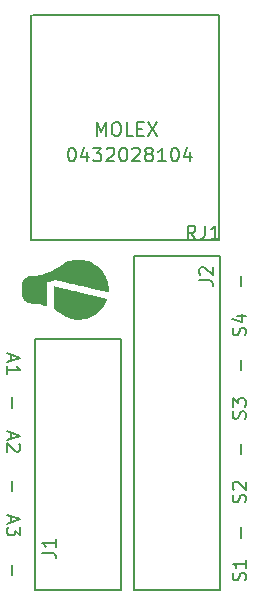
<source format=gto>
%TF.GenerationSoftware,KiCad,Pcbnew,(6.0.4)*%
%TF.CreationDate,2022-04-04T21:58:21+02:00*%
%TF.ProjectId,TERMINATOR_BOARD,5445524d-494e-4415-944f-525f424f4152,rev?*%
%TF.SameCoordinates,Original*%
%TF.FileFunction,Legend,Top*%
%TF.FilePolarity,Positive*%
%FSLAX46Y46*%
G04 Gerber Fmt 4.6, Leading zero omitted, Abs format (unit mm)*
G04 Created by KiCad (PCBNEW (6.0.4)) date 2022-04-04 21:58:21*
%MOMM*%
%LPD*%
G01*
G04 APERTURE LIST*
%ADD10C,0.152000*%
%ADD11C,0.129000*%
%ADD12C,0.010000*%
%ADD13C,1.702000*%
%ADD14C,3.300000*%
%ADD15R,1.524000X1.524000*%
%ADD16C,1.524000*%
G04 APERTURE END LIST*
D10*
X101334357Y-79003942D02*
X101334357Y-79874800D01*
X101226500Y-75371514D02*
X101226500Y-75915800D01*
X100899928Y-75262657D02*
X102042928Y-75643657D01*
X100899928Y-76024657D01*
X100899928Y-77004371D02*
X100899928Y-76351228D01*
X100899928Y-76677800D02*
X102042928Y-76677800D01*
X101879642Y-76568942D01*
X101770785Y-76460085D01*
X101716357Y-76351228D01*
X120712642Y-69590057D02*
X120712642Y-68719200D01*
X121093642Y-73744485D02*
X121148071Y-73581200D01*
X121148071Y-73309057D01*
X121093642Y-73200200D01*
X121039214Y-73145771D01*
X120930357Y-73091342D01*
X120821500Y-73091342D01*
X120712642Y-73145771D01*
X120658214Y-73200200D01*
X120603785Y-73309057D01*
X120549357Y-73526771D01*
X120494928Y-73635628D01*
X120440500Y-73690057D01*
X120331642Y-73744485D01*
X120222785Y-73744485D01*
X120113928Y-73690057D01*
X120059500Y-73635628D01*
X120005071Y-73526771D01*
X120005071Y-73254628D01*
X120059500Y-73091342D01*
X120386071Y-72111628D02*
X121148071Y-72111628D01*
X119950642Y-72383771D02*
X120767071Y-72655914D01*
X120767071Y-71948342D01*
X120712642Y-76721057D02*
X120712642Y-75850200D01*
X121092642Y-80821485D02*
X121147071Y-80658200D01*
X121147071Y-80386057D01*
X121092642Y-80277200D01*
X121038214Y-80222771D01*
X120929357Y-80168342D01*
X120820500Y-80168342D01*
X120711642Y-80222771D01*
X120657214Y-80277200D01*
X120602785Y-80386057D01*
X120548357Y-80603771D01*
X120493928Y-80712628D01*
X120439500Y-80767057D01*
X120330642Y-80821485D01*
X120221785Y-80821485D01*
X120112928Y-80767057D01*
X120058500Y-80712628D01*
X120004071Y-80603771D01*
X120004071Y-80331628D01*
X120058500Y-80168342D01*
X120004071Y-79787342D02*
X120004071Y-79079771D01*
X120439500Y-79460771D01*
X120439500Y-79297485D01*
X120493928Y-79188628D01*
X120548357Y-79134200D01*
X120657214Y-79079771D01*
X120929357Y-79079771D01*
X121038214Y-79134200D01*
X121092642Y-79188628D01*
X121147071Y-79297485D01*
X121147071Y-79624057D01*
X121092642Y-79732914D01*
X121038214Y-79787342D01*
X120712642Y-83798057D02*
X120712642Y-82927200D01*
X121093642Y-87899485D02*
X121148071Y-87736200D01*
X121148071Y-87464057D01*
X121093642Y-87355200D01*
X121039214Y-87300771D01*
X120930357Y-87246342D01*
X120821500Y-87246342D01*
X120712642Y-87300771D01*
X120658214Y-87355200D01*
X120603785Y-87464057D01*
X120549357Y-87681771D01*
X120494928Y-87790628D01*
X120440500Y-87845057D01*
X120331642Y-87899485D01*
X120222785Y-87899485D01*
X120113928Y-87845057D01*
X120059500Y-87790628D01*
X120005071Y-87681771D01*
X120005071Y-87409628D01*
X120059500Y-87246342D01*
X120113928Y-86810914D02*
X120059500Y-86756485D01*
X120005071Y-86647628D01*
X120005071Y-86375485D01*
X120059500Y-86266628D01*
X120113928Y-86212200D01*
X120222785Y-86157771D01*
X120331642Y-86157771D01*
X120494928Y-86212200D01*
X121148071Y-86865342D01*
X121148071Y-86157771D01*
X120712642Y-90874057D02*
X120712642Y-90003200D01*
X121093642Y-94507485D02*
X121148071Y-94344200D01*
X121148071Y-94072057D01*
X121093642Y-93963200D01*
X121039214Y-93908771D01*
X120930357Y-93854342D01*
X120821500Y-93854342D01*
X120712642Y-93908771D01*
X120658214Y-93963200D01*
X120603785Y-94072057D01*
X120549357Y-94289771D01*
X120494928Y-94398628D01*
X120440500Y-94453057D01*
X120331642Y-94507485D01*
X120222785Y-94507485D01*
X120113928Y-94453057D01*
X120059500Y-94398628D01*
X120005071Y-94289771D01*
X120005071Y-94017628D01*
X120059500Y-93854342D01*
X121148071Y-92765771D02*
X121148071Y-93418914D01*
X121148071Y-93092342D02*
X120005071Y-93092342D01*
X120168357Y-93201200D01*
X120277214Y-93310057D01*
X120331642Y-93418914D01*
X101334357Y-93157942D02*
X101334357Y-94028800D01*
X101226500Y-89056514D02*
X101226500Y-89600800D01*
X100899928Y-88947657D02*
X102042928Y-89328657D01*
X100899928Y-89709657D01*
X102042928Y-89981800D02*
X102042928Y-90689371D01*
X101607500Y-90308371D01*
X101607500Y-90471657D01*
X101553071Y-90580514D01*
X101498642Y-90634942D01*
X101389785Y-90689371D01*
X101117642Y-90689371D01*
X101008785Y-90634942D01*
X100954357Y-90580514D01*
X100899928Y-90471657D01*
X100899928Y-90145085D01*
X100954357Y-90036228D01*
X101008785Y-89981800D01*
X101334357Y-86080942D02*
X101334357Y-86951800D01*
X101226500Y-81979514D02*
X101226500Y-82523800D01*
X100899928Y-81870657D02*
X102042928Y-82251657D01*
X100899928Y-82632657D01*
X101934071Y-82959228D02*
X101988500Y-83013657D01*
X102042928Y-83122514D01*
X102042928Y-83394657D01*
X101988500Y-83503514D01*
X101934071Y-83557942D01*
X101825214Y-83612371D01*
X101716357Y-83612371D01*
X101553071Y-83557942D01*
X100899928Y-82904800D01*
X100899928Y-83612371D01*
X108520942Y-56860071D02*
X108520942Y-55717071D01*
X108901942Y-56533500D01*
X109282942Y-55717071D01*
X109282942Y-56860071D01*
X110044942Y-55717071D02*
X110262657Y-55717071D01*
X110371514Y-55771500D01*
X110480371Y-55880357D01*
X110534800Y-56098071D01*
X110534800Y-56479071D01*
X110480371Y-56696785D01*
X110371514Y-56805642D01*
X110262657Y-56860071D01*
X110044942Y-56860071D01*
X109936085Y-56805642D01*
X109827228Y-56696785D01*
X109772800Y-56479071D01*
X109772800Y-56098071D01*
X109827228Y-55880357D01*
X109936085Y-55771500D01*
X110044942Y-55717071D01*
X111568942Y-56860071D02*
X111024657Y-56860071D01*
X111024657Y-55717071D01*
X111949942Y-56261357D02*
X112330942Y-56261357D01*
X112494228Y-56860071D02*
X111949942Y-56860071D01*
X111949942Y-55717071D01*
X112494228Y-55717071D01*
X112875228Y-55717071D02*
X113637228Y-56860071D01*
X113637228Y-55717071D02*
X112875228Y-56860071D01*
X106348657Y-57876071D02*
X106457514Y-57876071D01*
X106566371Y-57930500D01*
X106620800Y-57984928D01*
X106675228Y-58093785D01*
X106729657Y-58311500D01*
X106729657Y-58583642D01*
X106675228Y-58801357D01*
X106620800Y-58910214D01*
X106566371Y-58964642D01*
X106457514Y-59019071D01*
X106348657Y-59019071D01*
X106239800Y-58964642D01*
X106185371Y-58910214D01*
X106130942Y-58801357D01*
X106076514Y-58583642D01*
X106076514Y-58311500D01*
X106130942Y-58093785D01*
X106185371Y-57984928D01*
X106239800Y-57930500D01*
X106348657Y-57876071D01*
X107709371Y-58257071D02*
X107709371Y-59019071D01*
X107437228Y-57821642D02*
X107165085Y-58638071D01*
X107872657Y-58638071D01*
X108199228Y-57876071D02*
X108906800Y-57876071D01*
X108525800Y-58311500D01*
X108689085Y-58311500D01*
X108797942Y-58365928D01*
X108852371Y-58420357D01*
X108906800Y-58529214D01*
X108906800Y-58801357D01*
X108852371Y-58910214D01*
X108797942Y-58964642D01*
X108689085Y-59019071D01*
X108362514Y-59019071D01*
X108253657Y-58964642D01*
X108199228Y-58910214D01*
X109342228Y-57984928D02*
X109396657Y-57930500D01*
X109505514Y-57876071D01*
X109777657Y-57876071D01*
X109886514Y-57930500D01*
X109940942Y-57984928D01*
X109995371Y-58093785D01*
X109995371Y-58202642D01*
X109940942Y-58365928D01*
X109287800Y-59019071D01*
X109995371Y-59019071D01*
X110702942Y-57876071D02*
X110811800Y-57876071D01*
X110920657Y-57930500D01*
X110975085Y-57984928D01*
X111029514Y-58093785D01*
X111083942Y-58311500D01*
X111083942Y-58583642D01*
X111029514Y-58801357D01*
X110975085Y-58910214D01*
X110920657Y-58964642D01*
X110811800Y-59019071D01*
X110702942Y-59019071D01*
X110594085Y-58964642D01*
X110539657Y-58910214D01*
X110485228Y-58801357D01*
X110430800Y-58583642D01*
X110430800Y-58311500D01*
X110485228Y-58093785D01*
X110539657Y-57984928D01*
X110594085Y-57930500D01*
X110702942Y-57876071D01*
X111519371Y-57984928D02*
X111573800Y-57930500D01*
X111682657Y-57876071D01*
X111954800Y-57876071D01*
X112063657Y-57930500D01*
X112118085Y-57984928D01*
X112172514Y-58093785D01*
X112172514Y-58202642D01*
X112118085Y-58365928D01*
X111464942Y-59019071D01*
X112172514Y-59019071D01*
X112825657Y-58365928D02*
X112716800Y-58311500D01*
X112662371Y-58257071D01*
X112607942Y-58148214D01*
X112607942Y-58093785D01*
X112662371Y-57984928D01*
X112716800Y-57930500D01*
X112825657Y-57876071D01*
X113043371Y-57876071D01*
X113152228Y-57930500D01*
X113206657Y-57984928D01*
X113261085Y-58093785D01*
X113261085Y-58148214D01*
X113206657Y-58257071D01*
X113152228Y-58311500D01*
X113043371Y-58365928D01*
X112825657Y-58365928D01*
X112716800Y-58420357D01*
X112662371Y-58474785D01*
X112607942Y-58583642D01*
X112607942Y-58801357D01*
X112662371Y-58910214D01*
X112716800Y-58964642D01*
X112825657Y-59019071D01*
X113043371Y-59019071D01*
X113152228Y-58964642D01*
X113206657Y-58910214D01*
X113261085Y-58801357D01*
X113261085Y-58583642D01*
X113206657Y-58474785D01*
X113152228Y-58420357D01*
X113043371Y-58365928D01*
X114349657Y-59019071D02*
X113696514Y-59019071D01*
X114023085Y-59019071D02*
X114023085Y-57876071D01*
X113914228Y-58039357D01*
X113805371Y-58148214D01*
X113696514Y-58202642D01*
X115057228Y-57876071D02*
X115166085Y-57876071D01*
X115274942Y-57930500D01*
X115329371Y-57984928D01*
X115383800Y-58093785D01*
X115438228Y-58311500D01*
X115438228Y-58583642D01*
X115383800Y-58801357D01*
X115329371Y-58910214D01*
X115274942Y-58964642D01*
X115166085Y-59019071D01*
X115057228Y-59019071D01*
X114948371Y-58964642D01*
X114893942Y-58910214D01*
X114839514Y-58801357D01*
X114785085Y-58583642D01*
X114785085Y-58311500D01*
X114839514Y-58093785D01*
X114893942Y-57984928D01*
X114948371Y-57930500D01*
X115057228Y-57876071D01*
X116417942Y-58257071D02*
X116417942Y-59019071D01*
X116145800Y-57821642D02*
X115873657Y-58638071D01*
X116581228Y-58638071D01*
X103874071Y-92152485D02*
X104690500Y-92152485D01*
X104853785Y-92206914D01*
X104962642Y-92315771D01*
X105017071Y-92479057D01*
X105017071Y-92587914D01*
X105017071Y-91009485D02*
X105017071Y-91662628D01*
X105017071Y-91336057D02*
X103874071Y-91336057D01*
X104037357Y-91444914D01*
X104146214Y-91553771D01*
X104200642Y-91662628D01*
X116863085Y-65607071D02*
X116482085Y-65062785D01*
X116209942Y-65607071D02*
X116209942Y-64464071D01*
X116645371Y-64464071D01*
X116754228Y-64518500D01*
X116808657Y-64572928D01*
X116863085Y-64681785D01*
X116863085Y-64845071D01*
X116808657Y-64953928D01*
X116754228Y-65008357D01*
X116645371Y-65062785D01*
X116209942Y-65062785D01*
X117679514Y-64464071D02*
X117679514Y-65280500D01*
X117625085Y-65443785D01*
X117516228Y-65552642D01*
X117352942Y-65607071D01*
X117244085Y-65607071D01*
X118822514Y-65607071D02*
X118169371Y-65607071D01*
X118495942Y-65607071D02*
X118495942Y-64464071D01*
X118387085Y-64627357D01*
X118278228Y-64736214D01*
X118169371Y-64790642D01*
X117174071Y-69109514D02*
X117990500Y-69109514D01*
X118153785Y-69163942D01*
X118262642Y-69272800D01*
X118317071Y-69436085D01*
X118317071Y-69544942D01*
X117282928Y-68619657D02*
X117228500Y-68565228D01*
X117174071Y-68456371D01*
X117174071Y-68184228D01*
X117228500Y-68075371D01*
X117282928Y-68020942D01*
X117391785Y-67966514D01*
X117500642Y-67966514D01*
X117663928Y-68020942D01*
X118317071Y-68674085D01*
X118317071Y-67966514D01*
X118927000Y-95289000D02*
X118927000Y-67035000D01*
X111673000Y-67035000D02*
X111673000Y-95289000D01*
X111673000Y-95289000D02*
X118927000Y-95289000D01*
X118927000Y-67035000D02*
X111673000Y-67035000D01*
D11*
X102979000Y-46610000D02*
X102979000Y-65660000D01*
X118854000Y-65660000D02*
X118854000Y-46610000D01*
X102979000Y-65660000D02*
X118854000Y-65660000D01*
X118854000Y-46610000D02*
X103101000Y-46610000D01*
D10*
X110527000Y-74023000D02*
X103273000Y-74023000D01*
X103273000Y-95277000D02*
X110527000Y-95277000D01*
X110527000Y-95277000D02*
X110527000Y-74023000D01*
X103273000Y-74023000D02*
X103273000Y-95277000D01*
G36*
X103151143Y-70996628D02*
G01*
X103115626Y-70996628D01*
X103076211Y-70995171D01*
X103027192Y-70991152D01*
X102973146Y-70985098D01*
X102918650Y-70977538D01*
X102868283Y-70968998D01*
X102857229Y-70966843D01*
X102744565Y-70938532D01*
X102640175Y-70900782D01*
X102544782Y-70854124D01*
X102459111Y-70799088D01*
X102383887Y-70736204D01*
X102319833Y-70666000D01*
X102267674Y-70589008D01*
X102228679Y-70507173D01*
X102218384Y-70480617D01*
X102209511Y-70457372D01*
X102201952Y-70436173D01*
X102195596Y-70415753D01*
X102190336Y-70394849D01*
X102186061Y-70372194D01*
X102182664Y-70346523D01*
X102180035Y-70316571D01*
X102178065Y-70281073D01*
X102176645Y-70238763D01*
X102175667Y-70188376D01*
X102175021Y-70128647D01*
X102174598Y-70058311D01*
X102174290Y-69976101D01*
X102173987Y-69880754D01*
X102173957Y-69871771D01*
X102173688Y-69771036D01*
X102173611Y-69683817D01*
X102173742Y-69609117D01*
X102174096Y-69545937D01*
X102174688Y-69493281D01*
X102175535Y-69450152D01*
X102176651Y-69415551D01*
X102178053Y-69388482D01*
X102179755Y-69367947D01*
X102181773Y-69352948D01*
X102182037Y-69351476D01*
X102207688Y-69249083D01*
X102245227Y-69154977D01*
X102294542Y-69069280D01*
X102355522Y-68992115D01*
X102428054Y-68923605D01*
X102512027Y-68863872D01*
X102607328Y-68813038D01*
X102711689Y-68771946D01*
X102786999Y-68749890D01*
X102869510Y-68731171D01*
X102954298Y-68716625D01*
X103036442Y-68707087D01*
X103111018Y-68703389D01*
X103116118Y-68703371D01*
X103151143Y-68703371D01*
X103151143Y-70996628D01*
G37*
D12*
X103151143Y-70996628D02*
X103115626Y-70996628D01*
X103076211Y-70995171D01*
X103027192Y-70991152D01*
X102973146Y-70985098D01*
X102918650Y-70977538D01*
X102868283Y-70968998D01*
X102857229Y-70966843D01*
X102744565Y-70938532D01*
X102640175Y-70900782D01*
X102544782Y-70854124D01*
X102459111Y-70799088D01*
X102383887Y-70736204D01*
X102319833Y-70666000D01*
X102267674Y-70589008D01*
X102228679Y-70507173D01*
X102218384Y-70480617D01*
X102209511Y-70457372D01*
X102201952Y-70436173D01*
X102195596Y-70415753D01*
X102190336Y-70394849D01*
X102186061Y-70372194D01*
X102182664Y-70346523D01*
X102180035Y-70316571D01*
X102178065Y-70281073D01*
X102176645Y-70238763D01*
X102175667Y-70188376D01*
X102175021Y-70128647D01*
X102174598Y-70058311D01*
X102174290Y-69976101D01*
X102173987Y-69880754D01*
X102173957Y-69871771D01*
X102173688Y-69771036D01*
X102173611Y-69683817D01*
X102173742Y-69609117D01*
X102174096Y-69545937D01*
X102174688Y-69493281D01*
X102175535Y-69450152D01*
X102176651Y-69415551D01*
X102178053Y-69388482D01*
X102179755Y-69367947D01*
X102181773Y-69352948D01*
X102182037Y-69351476D01*
X102207688Y-69249083D01*
X102245227Y-69154977D01*
X102294542Y-69069280D01*
X102355522Y-68992115D01*
X102428054Y-68923605D01*
X102512027Y-68863872D01*
X102607328Y-68813038D01*
X102711689Y-68771946D01*
X102786999Y-68749890D01*
X102869510Y-68731171D01*
X102954298Y-68716625D01*
X103036442Y-68707087D01*
X103111018Y-68703389D01*
X103116118Y-68703371D01*
X103151143Y-68703371D01*
X103151143Y-70996628D01*
G36*
X104877168Y-69619578D02*
G01*
X104877716Y-69619710D01*
X104885806Y-69621653D01*
X104907480Y-69626814D01*
X104942196Y-69635064D01*
X104989414Y-69646275D01*
X105048594Y-69660318D01*
X105119196Y-69677066D01*
X105200678Y-69696390D01*
X105292500Y-69718163D01*
X105394123Y-69742256D01*
X105505005Y-69768542D01*
X105624606Y-69796891D01*
X105752386Y-69827177D01*
X105887804Y-69859270D01*
X106030320Y-69893043D01*
X106179393Y-69928368D01*
X106334483Y-69965116D01*
X106495049Y-70003160D01*
X106660551Y-70042371D01*
X106830449Y-70082621D01*
X107004201Y-70123783D01*
X107089330Y-70143949D01*
X107264616Y-70185476D01*
X107436241Y-70226146D01*
X107603668Y-70265830D01*
X107766361Y-70304402D01*
X107923783Y-70341734D01*
X108075397Y-70377698D01*
X108220667Y-70412167D01*
X108359056Y-70445013D01*
X108490027Y-70476109D01*
X108613044Y-70505327D01*
X108727569Y-70532539D01*
X108833066Y-70557619D01*
X108928999Y-70580439D01*
X109014830Y-70600871D01*
X109090022Y-70618787D01*
X109154040Y-70634061D01*
X109206347Y-70646564D01*
X109246405Y-70656169D01*
X109273678Y-70662749D01*
X109287629Y-70666175D01*
X109289440Y-70666666D01*
X109288529Y-70674658D01*
X109282512Y-70694013D01*
X109272120Y-70722804D01*
X109258084Y-70759105D01*
X109241135Y-70800990D01*
X109222004Y-70846533D01*
X109215219Y-70862306D01*
X109135902Y-71027498D01*
X109044093Y-71186012D01*
X108940520Y-71337161D01*
X108825911Y-71480259D01*
X108700995Y-71614618D01*
X108566498Y-71739552D01*
X108423150Y-71854374D01*
X108271678Y-71958398D01*
X108112810Y-72050935D01*
X107947275Y-72131300D01*
X107812451Y-72185662D01*
X107631441Y-72244728D01*
X107447723Y-72289910D01*
X107262114Y-72321209D01*
X107075428Y-72338624D01*
X106888481Y-72342154D01*
X106702088Y-72331800D01*
X106517066Y-72307562D01*
X106334229Y-72269440D01*
X106154393Y-72217433D01*
X106064886Y-72185859D01*
X105985135Y-72154733D01*
X105910013Y-72122607D01*
X105837407Y-72088312D01*
X105765202Y-72050675D01*
X105691288Y-72008526D01*
X105613550Y-71960692D01*
X105529876Y-71906003D01*
X105438153Y-71843287D01*
X105404486Y-71819735D01*
X105351627Y-71783410D01*
X105289523Y-71742104D01*
X105221563Y-71697977D01*
X105151139Y-71653187D01*
X105081641Y-71609894D01*
X105016460Y-71570256D01*
X104965129Y-71539977D01*
X104863829Y-71481356D01*
X104863829Y-70548717D01*
X104863833Y-70413335D01*
X104863852Y-70291732D01*
X104863897Y-70183172D01*
X104863980Y-70086918D01*
X104864111Y-70002235D01*
X104864301Y-69928388D01*
X104864561Y-69864640D01*
X104864903Y-69810255D01*
X104865337Y-69764499D01*
X104865874Y-69726634D01*
X104866525Y-69695925D01*
X104867302Y-69671637D01*
X104868215Y-69653033D01*
X104869275Y-69639378D01*
X104870493Y-69629935D01*
X104871880Y-69623970D01*
X104873448Y-69620746D01*
X104875207Y-69619527D01*
X104877168Y-69619578D01*
G37*
X104877168Y-69619578D02*
X104877716Y-69619710D01*
X104885806Y-69621653D01*
X104907480Y-69626814D01*
X104942196Y-69635064D01*
X104989414Y-69646275D01*
X105048594Y-69660318D01*
X105119196Y-69677066D01*
X105200678Y-69696390D01*
X105292500Y-69718163D01*
X105394123Y-69742256D01*
X105505005Y-69768542D01*
X105624606Y-69796891D01*
X105752386Y-69827177D01*
X105887804Y-69859270D01*
X106030320Y-69893043D01*
X106179393Y-69928368D01*
X106334483Y-69965116D01*
X106495049Y-70003160D01*
X106660551Y-70042371D01*
X106830449Y-70082621D01*
X107004201Y-70123783D01*
X107089330Y-70143949D01*
X107264616Y-70185476D01*
X107436241Y-70226146D01*
X107603668Y-70265830D01*
X107766361Y-70304402D01*
X107923783Y-70341734D01*
X108075397Y-70377698D01*
X108220667Y-70412167D01*
X108359056Y-70445013D01*
X108490027Y-70476109D01*
X108613044Y-70505327D01*
X108727569Y-70532539D01*
X108833066Y-70557619D01*
X108928999Y-70580439D01*
X109014830Y-70600871D01*
X109090022Y-70618787D01*
X109154040Y-70634061D01*
X109206347Y-70646564D01*
X109246405Y-70656169D01*
X109273678Y-70662749D01*
X109287629Y-70666175D01*
X109289440Y-70666666D01*
X109288529Y-70674658D01*
X109282512Y-70694013D01*
X109272120Y-70722804D01*
X109258084Y-70759105D01*
X109241135Y-70800990D01*
X109222004Y-70846533D01*
X109215219Y-70862306D01*
X109135902Y-71027498D01*
X109044093Y-71186012D01*
X108940520Y-71337161D01*
X108825911Y-71480259D01*
X108700995Y-71614618D01*
X108566498Y-71739552D01*
X108423150Y-71854374D01*
X108271678Y-71958398D01*
X108112810Y-72050935D01*
X107947275Y-72131300D01*
X107812451Y-72185662D01*
X107631441Y-72244728D01*
X107447723Y-72289910D01*
X107262114Y-72321209D01*
X107075428Y-72338624D01*
X106888481Y-72342154D01*
X106702088Y-72331800D01*
X106517066Y-72307562D01*
X106334229Y-72269440D01*
X106154393Y-72217433D01*
X106064886Y-72185859D01*
X105985135Y-72154733D01*
X105910013Y-72122607D01*
X105837407Y-72088312D01*
X105765202Y-72050675D01*
X105691288Y-72008526D01*
X105613550Y-71960692D01*
X105529876Y-71906003D01*
X105438153Y-71843287D01*
X105404486Y-71819735D01*
X105351627Y-71783410D01*
X105289523Y-71742104D01*
X105221563Y-71697977D01*
X105151139Y-71653187D01*
X105081641Y-71609894D01*
X105016460Y-71570256D01*
X104965129Y-71539977D01*
X104863829Y-71481356D01*
X104863829Y-70548717D01*
X104863833Y-70413335D01*
X104863852Y-70291732D01*
X104863897Y-70183172D01*
X104863980Y-70086918D01*
X104864111Y-70002235D01*
X104864301Y-69928388D01*
X104864561Y-69864640D01*
X104864903Y-69810255D01*
X104865337Y-69764499D01*
X104865874Y-69726634D01*
X104866525Y-69695925D01*
X104867302Y-69671637D01*
X104868215Y-69653033D01*
X104869275Y-69639378D01*
X104870493Y-69629935D01*
X104871880Y-69623970D01*
X104873448Y-69620746D01*
X104875207Y-69619527D01*
X104877168Y-69619578D01*
G36*
X107183807Y-67369313D02*
G01*
X107365324Y-67393947D01*
X107544928Y-67431891D01*
X107721841Y-67483113D01*
X107895286Y-67547582D01*
X108064483Y-67625266D01*
X108228656Y-67716134D01*
X108295460Y-67757922D01*
X108450315Y-67866751D01*
X108595444Y-67986106D01*
X108730444Y-68115389D01*
X108854916Y-68254005D01*
X108968457Y-68401357D01*
X109070666Y-68556848D01*
X109161142Y-68719881D01*
X109239483Y-68889861D01*
X109305289Y-69066190D01*
X109358158Y-69248272D01*
X109387855Y-69381914D01*
X109398875Y-69441079D01*
X109407528Y-69494220D01*
X109414081Y-69544506D01*
X109418802Y-69595104D01*
X109421958Y-69649183D01*
X109423818Y-69709911D01*
X109424650Y-69780458D01*
X109424762Y-69818549D01*
X109424644Y-69871625D01*
X109424219Y-69919914D01*
X109423531Y-69961528D01*
X109422621Y-69994579D01*
X109421531Y-70017177D01*
X109420304Y-70027434D01*
X109420110Y-70027792D01*
X109412753Y-70026521D01*
X109391806Y-70022020D01*
X109357803Y-70014414D01*
X109311274Y-70003828D01*
X109252753Y-69990386D01*
X109182772Y-69974212D01*
X109101862Y-69955432D01*
X109010556Y-69934171D01*
X108909385Y-69910552D01*
X108798883Y-69884701D01*
X108679581Y-69856743D01*
X108552011Y-69826801D01*
X108416706Y-69795001D01*
X108274198Y-69761467D01*
X108125019Y-69726324D01*
X107969700Y-69689697D01*
X107808775Y-69651711D01*
X107642775Y-69612489D01*
X107472232Y-69572157D01*
X107297680Y-69530839D01*
X107174533Y-69501668D01*
X106963569Y-69451681D01*
X106766265Y-69404936D01*
X106582158Y-69361327D01*
X106410785Y-69320748D01*
X106251683Y-69283094D01*
X106104389Y-69248257D01*
X105968441Y-69216132D01*
X105843375Y-69186612D01*
X105728729Y-69159591D01*
X105624040Y-69134963D01*
X105528845Y-69112622D01*
X105442681Y-69092461D01*
X105365086Y-69074375D01*
X105295596Y-69058256D01*
X105233748Y-69044000D01*
X105179080Y-69031499D01*
X105131129Y-69020647D01*
X105089432Y-69011339D01*
X105053526Y-69003468D01*
X105022948Y-68996927D01*
X104997235Y-68991611D01*
X104975925Y-68987414D01*
X104958555Y-68984228D01*
X104944661Y-68981949D01*
X104933781Y-68980469D01*
X104925452Y-68979683D01*
X104919211Y-68979484D01*
X104914595Y-68979767D01*
X104911142Y-68980424D01*
X104908389Y-68981350D01*
X104907881Y-68981558D01*
X104745215Y-69046655D01*
X104590776Y-69102166D01*
X104442540Y-69148784D01*
X104328614Y-69179748D01*
X104217943Y-69207695D01*
X104217943Y-70200909D01*
X104217935Y-70341181D01*
X104217904Y-70467646D01*
X104217841Y-70581008D01*
X104217739Y-70681975D01*
X104217588Y-70771254D01*
X104217380Y-70849549D01*
X104217106Y-70917568D01*
X104216757Y-70976017D01*
X104216325Y-71025602D01*
X104215801Y-71067030D01*
X104215176Y-71101007D01*
X104214441Y-71128239D01*
X104213588Y-71149432D01*
X104212609Y-71165294D01*
X104211494Y-71176529D01*
X104210235Y-71183845D01*
X104208823Y-71187947D01*
X104207250Y-71189543D01*
X104205787Y-71189459D01*
X104195073Y-71185963D01*
X104172953Y-71179179D01*
X104141957Y-71169869D01*
X104104618Y-71158794D01*
X104071278Y-71149000D01*
X103880358Y-71098865D01*
X103679512Y-71057127D01*
X103470952Y-71024226D01*
X103397886Y-71015038D01*
X103358234Y-71010366D01*
X103320553Y-71005918D01*
X103288841Y-71002167D01*
X103267095Y-70999584D01*
X103265443Y-70999387D01*
X103230971Y-70995266D01*
X103230971Y-69849319D01*
X103231005Y-69721555D01*
X103231104Y-69597788D01*
X103231265Y-69478793D01*
X103231484Y-69365342D01*
X103231757Y-69258208D01*
X103232080Y-69158165D01*
X103232451Y-69065985D01*
X103232864Y-68982443D01*
X103233317Y-68908311D01*
X103233806Y-68844364D01*
X103234328Y-68791373D01*
X103234877Y-68750112D01*
X103235452Y-68721355D01*
X103236048Y-68705874D01*
X103236414Y-68703280D01*
X103245077Y-68702467D01*
X103265711Y-68700268D01*
X103295868Y-68696953D01*
X103333100Y-68692789D01*
X103367432Y-68688902D01*
X103589565Y-68658401D01*
X103803555Y-68618446D01*
X104008342Y-68569272D01*
X104202869Y-68511112D01*
X104257857Y-68492371D01*
X104419089Y-68430832D01*
X104586309Y-68357384D01*
X104758265Y-68272699D01*
X104933703Y-68177448D01*
X105111372Y-68072302D01*
X105290018Y-67957932D01*
X105415371Y-67872471D01*
X105479632Y-67827797D01*
X105534445Y-67790328D01*
X105582039Y-67758643D01*
X105624639Y-67731323D01*
X105664473Y-67706948D01*
X105703768Y-67684096D01*
X105744751Y-67661350D01*
X105756156Y-67655170D01*
X105924971Y-67572193D01*
X106098097Y-67502777D01*
X106274755Y-67446891D01*
X106454167Y-67404504D01*
X106635557Y-67375585D01*
X106818145Y-67360100D01*
X107001154Y-67358021D01*
X107183807Y-67369313D01*
G37*
X107183807Y-67369313D02*
X107365324Y-67393947D01*
X107544928Y-67431891D01*
X107721841Y-67483113D01*
X107895286Y-67547582D01*
X108064483Y-67625266D01*
X108228656Y-67716134D01*
X108295460Y-67757922D01*
X108450315Y-67866751D01*
X108595444Y-67986106D01*
X108730444Y-68115389D01*
X108854916Y-68254005D01*
X108968457Y-68401357D01*
X109070666Y-68556848D01*
X109161142Y-68719881D01*
X109239483Y-68889861D01*
X109305289Y-69066190D01*
X109358158Y-69248272D01*
X109387855Y-69381914D01*
X109398875Y-69441079D01*
X109407528Y-69494220D01*
X109414081Y-69544506D01*
X109418802Y-69595104D01*
X109421958Y-69649183D01*
X109423818Y-69709911D01*
X109424650Y-69780458D01*
X109424762Y-69818549D01*
X109424644Y-69871625D01*
X109424219Y-69919914D01*
X109423531Y-69961528D01*
X109422621Y-69994579D01*
X109421531Y-70017177D01*
X109420304Y-70027434D01*
X109420110Y-70027792D01*
X109412753Y-70026521D01*
X109391806Y-70022020D01*
X109357803Y-70014414D01*
X109311274Y-70003828D01*
X109252753Y-69990386D01*
X109182772Y-69974212D01*
X109101862Y-69955432D01*
X109010556Y-69934171D01*
X108909385Y-69910552D01*
X108798883Y-69884701D01*
X108679581Y-69856743D01*
X108552011Y-69826801D01*
X108416706Y-69795001D01*
X108274198Y-69761467D01*
X108125019Y-69726324D01*
X107969700Y-69689697D01*
X107808775Y-69651711D01*
X107642775Y-69612489D01*
X107472232Y-69572157D01*
X107297680Y-69530839D01*
X107174533Y-69501668D01*
X106963569Y-69451681D01*
X106766265Y-69404936D01*
X106582158Y-69361327D01*
X106410785Y-69320748D01*
X106251683Y-69283094D01*
X106104389Y-69248257D01*
X105968441Y-69216132D01*
X105843375Y-69186612D01*
X105728729Y-69159591D01*
X105624040Y-69134963D01*
X105528845Y-69112622D01*
X105442681Y-69092461D01*
X105365086Y-69074375D01*
X105295596Y-69058256D01*
X105233748Y-69044000D01*
X105179080Y-69031499D01*
X105131129Y-69020647D01*
X105089432Y-69011339D01*
X105053526Y-69003468D01*
X105022948Y-68996927D01*
X104997235Y-68991611D01*
X104975925Y-68987414D01*
X104958555Y-68984228D01*
X104944661Y-68981949D01*
X104933781Y-68980469D01*
X104925452Y-68979683D01*
X104919211Y-68979484D01*
X104914595Y-68979767D01*
X104911142Y-68980424D01*
X104908389Y-68981350D01*
X104907881Y-68981558D01*
X104745215Y-69046655D01*
X104590776Y-69102166D01*
X104442540Y-69148784D01*
X104328614Y-69179748D01*
X104217943Y-69207695D01*
X104217943Y-70200909D01*
X104217935Y-70341181D01*
X104217904Y-70467646D01*
X104217841Y-70581008D01*
X104217739Y-70681975D01*
X104217588Y-70771254D01*
X104217380Y-70849549D01*
X104217106Y-70917568D01*
X104216757Y-70976017D01*
X104216325Y-71025602D01*
X104215801Y-71067030D01*
X104215176Y-71101007D01*
X104214441Y-71128239D01*
X104213588Y-71149432D01*
X104212609Y-71165294D01*
X104211494Y-71176529D01*
X104210235Y-71183845D01*
X104208823Y-71187947D01*
X104207250Y-71189543D01*
X104205787Y-71189459D01*
X104195073Y-71185963D01*
X104172953Y-71179179D01*
X104141957Y-71169869D01*
X104104618Y-71158794D01*
X104071278Y-71149000D01*
X103880358Y-71098865D01*
X103679512Y-71057127D01*
X103470952Y-71024226D01*
X103397886Y-71015038D01*
X103358234Y-71010366D01*
X103320553Y-71005918D01*
X103288841Y-71002167D01*
X103267095Y-70999584D01*
X103265443Y-70999387D01*
X103230971Y-70995266D01*
X103230971Y-69849319D01*
X103231005Y-69721555D01*
X103231104Y-69597788D01*
X103231265Y-69478793D01*
X103231484Y-69365342D01*
X103231757Y-69258208D01*
X103232080Y-69158165D01*
X103232451Y-69065985D01*
X103232864Y-68982443D01*
X103233317Y-68908311D01*
X103233806Y-68844364D01*
X103234328Y-68791373D01*
X103234877Y-68750112D01*
X103235452Y-68721355D01*
X103236048Y-68705874D01*
X103236414Y-68703280D01*
X103245077Y-68702467D01*
X103265711Y-68700268D01*
X103295868Y-68696953D01*
X103333100Y-68692789D01*
X103367432Y-68688902D01*
X103589565Y-68658401D01*
X103803555Y-68618446D01*
X104008342Y-68569272D01*
X104202869Y-68511112D01*
X104257857Y-68492371D01*
X104419089Y-68430832D01*
X104586309Y-68357384D01*
X104758265Y-68272699D01*
X104933703Y-68177448D01*
X105111372Y-68072302D01*
X105290018Y-67957932D01*
X105415371Y-67872471D01*
X105479632Y-67827797D01*
X105534445Y-67790328D01*
X105582039Y-67758643D01*
X105624639Y-67731323D01*
X105664473Y-67706948D01*
X105703768Y-67684096D01*
X105744751Y-67661350D01*
X105756156Y-67655170D01*
X105924971Y-67572193D01*
X106098097Y-67502777D01*
X106274755Y-67446891D01*
X106454167Y-67404504D01*
X106635557Y-67375585D01*
X106818145Y-67360100D01*
X107001154Y-67358021D01*
X107183807Y-67369313D01*
%LPC*%
D13*
X115200000Y-93412000D03*
X115200000Y-89912000D03*
X115200000Y-86412000D03*
X115200000Y-82912000D03*
X115200000Y-79412000D03*
X115200000Y-75912000D03*
X115200000Y-72412000D03*
X115200000Y-68912000D03*
D14*
X105265000Y-54992000D03*
X116695000Y-54992000D03*
D15*
X115425000Y-61342000D03*
D16*
X114155000Y-63882000D03*
X112885000Y-61342000D03*
X111615000Y-63882000D03*
X110345000Y-61342000D03*
X109075000Y-63882000D03*
X107805000Y-61342000D03*
X106535000Y-63882000D03*
D13*
X107000000Y-75900000D03*
X107000000Y-79400000D03*
X107000000Y-82900000D03*
X107000000Y-86400000D03*
X107000000Y-89900000D03*
X107000000Y-93400000D03*
M02*

</source>
